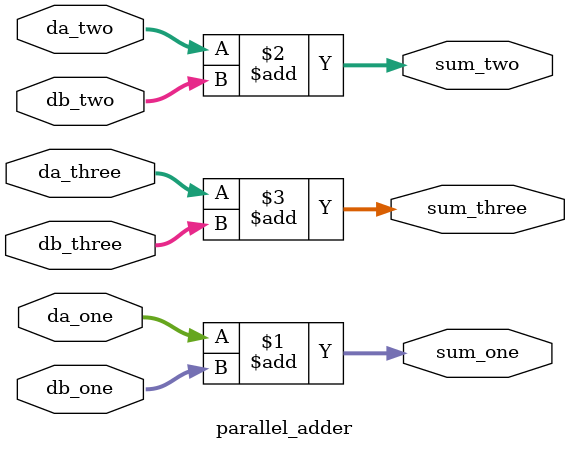
<source format=v>

module parallel_adder(
    input [7 : 0] da_one,
    input [7 : 0] db_one,
    input [7 : 0] da_two,
    input [7 : 0] db_two,
    input [7 : 0] da_three,
    input [7 : 0] db_three,
    
    output [7 : 0] sum_one,
    output [7 : 0] sum_two,
    output [7 : 0] sum_three
    );

//ÊµÏÖµÚÒ»¸ö¼Ó·¨Æ÷²Ù×÷    
    assign sum_one = da_one + db_one;

//ÊµÏÖµÚ¶þ¸ö¼Ó·¨Æ÷²Ù×÷    
    assign sum_two = da_two + db_two;

//ÊµÏÖµÚÈý¸ö¼Ó·¨Æ÷²Ù×÷   
    assign sum_three = da_three + db_three;

endmodule

// END OF parallel_adder.v FILE *********************************************************     

</source>
